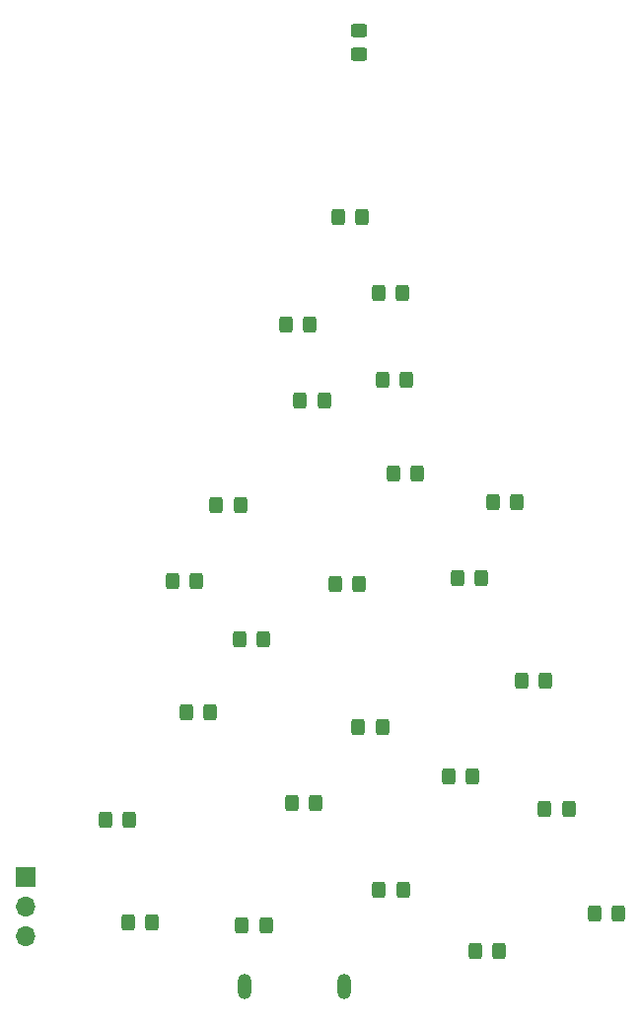
<source format=gbr>
G04 #@! TF.GenerationSoftware,KiCad,Pcbnew,8.0.7-8.0.7-0~ubuntu24.04.1*
G04 #@! TF.CreationDate,2025-01-03T20:46:55-06:00*
G04 #@! TF.ProjectId,christmas-tree,63687269-7374-46d6-9173-2d747265652e,rev?*
G04 #@! TF.SameCoordinates,Original*
G04 #@! TF.FileFunction,Soldermask,Bot*
G04 #@! TF.FilePolarity,Negative*
%FSLAX46Y46*%
G04 Gerber Fmt 4.6, Leading zero omitted, Abs format (unit mm)*
G04 Created by KiCad (PCBNEW 8.0.7-8.0.7-0~ubuntu24.04.1) date 2025-01-03 20:46:55*
%MOMM*%
%LPD*%
G01*
G04 APERTURE LIST*
G04 Aperture macros list*
%AMRoundRect*
0 Rectangle with rounded corners*
0 $1 Rounding radius*
0 $2 $3 $4 $5 $6 $7 $8 $9 X,Y pos of 4 corners*
0 Add a 4 corners polygon primitive as box body*
4,1,4,$2,$3,$4,$5,$6,$7,$8,$9,$2,$3,0*
0 Add four circle primitives for the rounded corners*
1,1,$1+$1,$2,$3*
1,1,$1+$1,$4,$5*
1,1,$1+$1,$6,$7*
1,1,$1+$1,$8,$9*
0 Add four rect primitives between the rounded corners*
20,1,$1+$1,$2,$3,$4,$5,0*
20,1,$1+$1,$4,$5,$6,$7,0*
20,1,$1+$1,$6,$7,$8,$9,0*
20,1,$1+$1,$8,$9,$2,$3,0*%
G04 Aperture macros list end*
%ADD10R,1.700000X1.700000*%
%ADD11O,1.700000X1.700000*%
%ADD12O,1.204000X2.204000*%
%ADD13RoundRect,0.250000X0.325000X0.450000X-0.325000X0.450000X-0.325000X-0.450000X0.325000X-0.450000X0*%
%ADD14RoundRect,0.250000X0.450000X-0.325000X0.450000X0.325000X-0.450000X0.325000X-0.450000X-0.325000X0*%
G04 APERTURE END LIST*
D10*
G04 #@! TO.C,J2*
X130804481Y-124393201D03*
D11*
X130804481Y-126933202D03*
X130804480Y-129473200D03*
G04 #@! TD*
D12*
G04 #@! TO.C,J1*
X149681600Y-133837600D03*
X158221600Y-133837600D03*
G04 #@! TD*
D13*
G04 #@! TO.C,D19*
X164496600Y-89787600D03*
X162446600Y-89787600D03*
G04 #@! TD*
G04 #@! TO.C,D21*
X163521600Y-81787600D03*
X161471600Y-81787600D03*
G04 #@! TD*
G04 #@! TO.C,D4*
X141721600Y-128287600D03*
X139671600Y-128287600D03*
G04 #@! TD*
G04 #@! TO.C,D9*
X169221600Y-115787600D03*
X167171600Y-115787600D03*
G04 #@! TD*
G04 #@! TO.C,D16*
X145496600Y-99037600D03*
X143446600Y-99037600D03*
G04 #@! TD*
G04 #@! TO.C,D11*
X146721600Y-110287600D03*
X144671600Y-110287600D03*
G04 #@! TD*
G04 #@! TO.C,D2*
X181721600Y-127537600D03*
X179671600Y-127537600D03*
G04 #@! TD*
G04 #@! TO.C,D6*
X139721600Y-119537600D03*
X137671600Y-119537600D03*
G04 #@! TD*
G04 #@! TO.C,D23*
X163221600Y-74287600D03*
X161171600Y-74287600D03*
G04 #@! TD*
G04 #@! TO.C,D3*
X151471600Y-128537600D03*
X149421600Y-128537600D03*
G04 #@! TD*
G04 #@! TO.C,D22*
X155221600Y-77037600D03*
X153171600Y-77037600D03*
G04 #@! TD*
G04 #@! TO.C,D7*
X155746600Y-118037600D03*
X153696600Y-118037600D03*
G04 #@! TD*
G04 #@! TO.C,D12*
X175496600Y-107537600D03*
X173446600Y-107537600D03*
G04 #@! TD*
G04 #@! TO.C,D17*
X149271600Y-92537600D03*
X147221600Y-92537600D03*
G04 #@! TD*
G04 #@! TO.C,D15*
X169996600Y-98787600D03*
X167946600Y-98787600D03*
G04 #@! TD*
G04 #@! TO.C,D20*
X156471600Y-83537600D03*
X154421600Y-83537600D03*
G04 #@! TD*
G04 #@! TO.C,D8*
X177471600Y-118537600D03*
X175421600Y-118537600D03*
G04 #@! TD*
G04 #@! TO.C,D13*
X151246600Y-104037600D03*
X149196600Y-104037600D03*
G04 #@! TD*
G04 #@! TO.C,D14*
X159471600Y-99287600D03*
X157421600Y-99287600D03*
G04 #@! TD*
G04 #@! TO.C,D1*
X171496600Y-130787600D03*
X169446600Y-130787600D03*
G04 #@! TD*
G04 #@! TO.C,D5*
X163246600Y-125537600D03*
X161196600Y-125537600D03*
G04 #@! TD*
G04 #@! TO.C,D24*
X159721600Y-67787600D03*
X157671600Y-67787600D03*
G04 #@! TD*
D14*
G04 #@! TO.C,D25*
X159471600Y-53812600D03*
X159471600Y-51762600D03*
G04 #@! TD*
D13*
G04 #@! TO.C,D18*
X172996600Y-92287600D03*
X170946600Y-92287600D03*
G04 #@! TD*
G04 #@! TO.C,D10*
X161471600Y-111537600D03*
X159421600Y-111537600D03*
G04 #@! TD*
M02*

</source>
